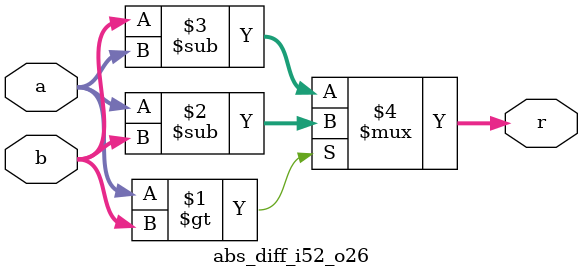
<source format=v>
module abs_diff_i52_o26(a,b,r);
input [25:0] a,b;
output [25:0] r;

assign r = (a>b) ? (a-b) : (b-a);

endmodule

</source>
